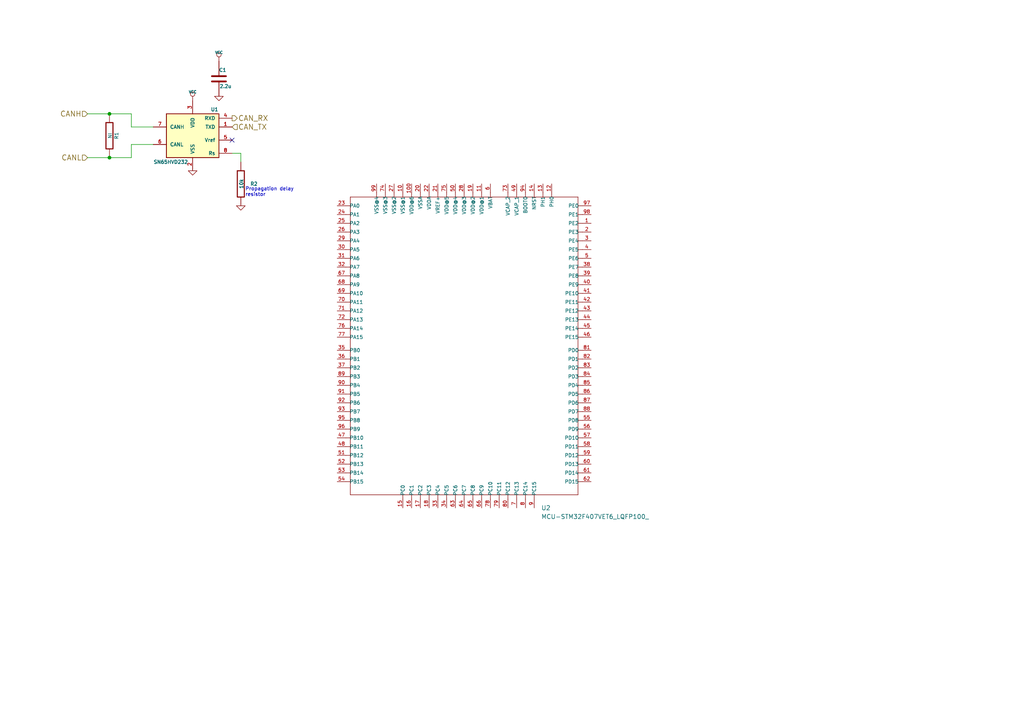
<source format=kicad_sch>
(kicad_sch (version 20230121) (generator eeschema)

  (uuid 9d56b799-27dc-4928-b20e-fca67497d47a)

  (paper "A4")

  (lib_symbols
    (symbol "BLDC_4-rescue:C-RESCUE-BLDC_4" (pin_numbers hide) (pin_names (offset 0.254)) (in_bom yes) (on_board yes)
      (property "Reference" "C" (at 0 2.54 0)
        (effects (font (size 1.016 1.016)) (justify left))
      )
      (property "Value" "C-RESCUE-BLDC_4" (at 0.1524 -2.159 0)
        (effects (font (size 1.016 1.016)) (justify left))
      )
      (property "Footprint" "" (at 0.9652 -3.81 0)
        (effects (font (size 0.762 0.762)))
      )
      (property "Datasheet" "" (at 0 0 0)
        (effects (font (size 1.524 1.524)))
      )
      (property "ki_fp_filters" "SM* C? C1-1" (at 0 0 0)
        (effects (font (size 1.27 1.27)) hide)
      )
      (symbol "C-RESCUE-BLDC_4_0_1"
        (polyline
          (pts
            (xy -2.032 -0.762)
            (xy 2.032 -0.762)
          )
          (stroke (width 0.508) (type solid))
          (fill (type none))
        )
        (polyline
          (pts
            (xy -2.032 0.762)
            (xy 2.032 0.762)
          )
          (stroke (width 0.508) (type solid))
          (fill (type none))
        )
      )
      (symbol "C-RESCUE-BLDC_4_1_1"
        (pin passive line (at 0 5.08 270) (length 4.318)
          (name "~" (effects (font (size 1.016 1.016))))
          (number "1" (effects (font (size 1.016 1.016))))
        )
        (pin passive line (at 0 -5.08 90) (length 4.318)
          (name "~" (effects (font (size 1.016 1.016))))
          (number "2" (effects (font (size 1.016 1.016))))
        )
      )
    )
    (symbol "BLDC_4-rescue:GND-RESCUE-BLDC_4" (power) (pin_names (offset 0)) (in_bom yes) (on_board yes)
      (property "Reference" "#PWR" (at 0 0 0)
        (effects (font (size 0.762 0.762)) hide)
      )
      (property "Value" "GND-RESCUE-BLDC_4" (at 0 -1.778 0)
        (effects (font (size 0.762 0.762)) hide)
      )
      (property "Footprint" "" (at 0 0 0)
        (effects (font (size 1.524 1.524)))
      )
      (property "Datasheet" "" (at 0 0 0)
        (effects (font (size 1.524 1.524)))
      )
      (symbol "GND-RESCUE-BLDC_4_0_1"
        (polyline
          (pts
            (xy -1.27 0)
            (xy 0 -1.27)
            (xy 1.27 0)
            (xy -1.27 0)
          )
          (stroke (width 0) (type solid))
          (fill (type none))
        )
      )
      (symbol "GND-RESCUE-BLDC_4_1_1"
        (pin power_in line (at 0 0 90) (length 0) hide
          (name "GND" (effects (font (size 0.762 0.762))))
          (number "1" (effects (font (size 0.762 0.762))))
        )
      )
    )
    (symbol "BLDC_4-rescue:MCP2551-I/SN-RESCUE-BLDC_4" (pin_names (offset 1.016)) (in_bom yes) (on_board yes)
      (property "Reference" "IC" (at -6.35 7.62 0)
        (effects (font (size 1.016 1.016)))
      )
      (property "Value" "MCP2551-I/SN-RESCUE-BLDC_4" (at 6.35 -7.62 0)
        (effects (font (size 1.016 1.016)))
      )
      (property "Footprint" "SO8" (at 0 0 0)
        (effects (font (size 0.889 0.889) italic))
      )
      (property "Datasheet" "" (at 0 0 0)
        (effects (font (size 1.524 1.524)))
      )
      (property "ki_fp_filters" "SO8*" (at 0 0 0)
        (effects (font (size 1.27 1.27)) hide)
      )
      (symbol "MCP2551-I/SN-RESCUE-BLDC_4_0_1"
        (rectangle (start -7.62 6.35) (end 7.62 -6.35)
          (stroke (width 0.254) (type solid))
          (fill (type background))
        )
      )
      (symbol "MCP2551-I/SN-RESCUE-BLDC_4_1_1"
        (pin input line (at -11.43 2.54 0) (length 3.81)
          (name "TXD" (effects (font (size 1.016 1.016))))
          (number "1" (effects (font (size 1.016 1.016))))
        )
        (pin power_in line (at 0 -10.16 90) (length 3.81)
          (name "VSS" (effects (font (size 1.016 1.016))))
          (number "2" (effects (font (size 1.016 1.016))))
        )
        (pin power_in line (at 0 10.16 270) (length 3.81)
          (name "VDD" (effects (font (size 1.016 1.016))))
          (number "3" (effects (font (size 1.016 1.016))))
        )
        (pin output line (at -11.43 5.08 0) (length 3.81)
          (name "RXD" (effects (font (size 1.016 1.016))))
          (number "4" (effects (font (size 1.016 1.016))))
        )
        (pin input line (at -11.43 -1.27 0) (length 3.81)
          (name "Vref" (effects (font (size 1.016 1.016))))
          (number "5" (effects (font (size 1.016 1.016))))
        )
        (pin bidirectional line (at 11.43 -2.54 180) (length 3.81)
          (name "CANL" (effects (font (size 1.016 1.016))))
          (number "6" (effects (font (size 1.016 1.016))))
        )
        (pin bidirectional line (at 11.43 2.54 180) (length 3.81)
          (name "CANH" (effects (font (size 1.016 1.016))))
          (number "7" (effects (font (size 1.016 1.016))))
        )
        (pin input line (at -11.43 -5.08 0) (length 3.81)
          (name "Rs" (effects (font (size 1.016 1.016))))
          (number "8" (effects (font (size 1.016 1.016))))
        )
      )
    )
    (symbol "BLDC_4-rescue:R-RESCUE-BLDC_4" (pin_numbers hide) (pin_names (offset 0)) (in_bom yes) (on_board yes)
      (property "Reference" "R" (at 2.032 0 90)
        (effects (font (size 1.016 1.016)))
      )
      (property "Value" "R-RESCUE-BLDC_4" (at 0.1778 0.0254 90)
        (effects (font (size 1.016 1.016)))
      )
      (property "Footprint" "" (at -1.778 0 90)
        (effects (font (size 0.762 0.762)))
      )
      (property "Datasheet" "" (at 0 0 0)
        (effects (font (size 0.762 0.762)))
      )
      (property "ki_fp_filters" "R? SM0603 SM0805 R?-* SM1206" (at 0 0 0)
        (effects (font (size 1.27 1.27)) hide)
      )
      (symbol "R-RESCUE-BLDC_4_0_1"
        (rectangle (start -1.016 3.81) (end 1.016 -3.81)
          (stroke (width 0.3048) (type solid))
          (fill (type none))
        )
      )
      (symbol "R-RESCUE-BLDC_4_1_1"
        (pin passive line (at 0 6.35 270) (length 2.54)
          (name "~" (effects (font (size 1.524 1.524))))
          (number "1" (effects (font (size 1.524 1.524))))
        )
        (pin passive line (at 0 -6.35 90) (length 2.54)
          (name "~" (effects (font (size 1.524 1.524))))
          (number "2" (effects (font (size 1.524 1.524))))
        )
      )
    )
    (symbol "BLDC_4-rescue:VCC" (power) (pin_names (offset 0)) (in_bom yes) (on_board yes)
      (property "Reference" "#PWR" (at 0 -3.81 0)
        (effects (font (size 1.27 1.27)) hide)
      )
      (property "Value" "VCC" (at 0 3.81 0)
        (effects (font (size 1.27 1.27)))
      )
      (property "Footprint" "" (at 0 0 0)
        (effects (font (size 1.524 1.524)))
      )
      (property "Datasheet" "" (at 0 0 0)
        (effects (font (size 1.524 1.524)))
      )
      (symbol "VCC_0_1"
        (polyline
          (pts
            (xy 0 0)
            (xy 0 1.27)
          )
          (stroke (width 0) (type solid))
          (fill (type none))
        )
        (circle (center 0 1.905) (radius 0.635)
          (stroke (width 0) (type solid))
          (fill (type none))
        )
      )
      (symbol "VCC_1_1"
        (pin power_in line (at 0 0 90) (length 0) hide
          (name "VCC" (effects (font (size 1.27 1.27))))
          (number "1" (effects (font (size 1.27 1.27))))
        )
      )
    )
    (symbol "MCU-STM32F407VET6_LQFP100_:MCU-STM32F407VET6_LQFP100_" (pin_names (offset 1.016)) (in_bom yes) (on_board yes)
      (property "Reference" "U" (at -33.0701 43.2455 0)
        (effects (font (size 1.27 1.27)) (justify left bottom))
      )
      (property "Value" "MCU-STM32F407VET6_LQFP100_" (at -26.7001 43.2287 0)
        (effects (font (size 1.27 1.27)) (justify left bottom))
      )
      (property "Footprint" "MCU-STM32F407VET6_LQFP100_:LQFP100-0.5-13.8X13.8MM" (at 0 0 0)
        (effects (font (size 1.27 1.27)) (justify bottom) hide)
      )
      (property "Datasheet" "" (at 0 0 0)
        (effects (font (size 1.27 1.27)) hide)
      )
      (property "MF" "STMicroelectronics" (at 0 0 0)
        (effects (font (size 1.27 1.27)) (justify bottom) hide)
      )
      (property "Description" "\nARM® Cortex®-M4 STM32F4 Microcontroller IC 32-Bit Single-Core 168MHz 512KB (512K x 8) FLASH 100-LQFP (14x14)\n" (at 0 0 0)
        (effects (font (size 1.27 1.27)) (justify bottom) hide)
      )
      (property "Package" "LQFP-100 STMicroelectronics" (at 0 0 0)
        (effects (font (size 1.27 1.27)) (justify bottom) hide)
      )
      (property "MPN" "STM32F407VET6" (at 0 0 0)
        (effects (font (size 1.27 1.27)) (justify bottom) hide)
      )
      (property "Price" "None" (at 0 0 0)
        (effects (font (size 1.27 1.27)) (justify bottom) hide)
      )
      (property "VALUE" "STM32F407VET6-LQFP100" (at 0 0 0)
        (effects (font (size 1.27 1.27)) (justify bottom) hide)
      )
      (property "SnapEDA_Link" "https://www.snapeda.com/parts/STM32F407VET6/STMicroelectronics/view-part/?ref=snap" (at 0 0 0)
        (effects (font (size 1.27 1.27)) (justify bottom) hide)
      )
      (property "MP" "STM32F407VET6" (at 0 0 0)
        (effects (font (size 1.27 1.27)) (justify bottom) hide)
      )
      (property "Purchase-URL" "https://www.snapeda.com/api/url_track_click_mouser/?unipart_id=45214&manufacturer=STMicroelectronics&part_name=STM32F407VET6&search_term=None" (at 0 0 0)
        (effects (font (size 1.27 1.27)) (justify bottom) hide)
      )
      (property "Availability" "In Stock" (at 0 0 0)
        (effects (font (size 1.27 1.27)) (justify bottom) hide)
      )
      (property "Check_prices" "https://www.snapeda.com/parts/STM32F407VET6/STMicroelectronics/view-part/?ref=eda" (at 0 0 0)
        (effects (font (size 1.27 1.27)) (justify bottom) hide)
      )
      (symbol "MCU-STM32F407VET6_LQFP100__0_0"
        (polyline
          (pts
            (xy -34.29 2.54)
            (xy -33.02 2.54)
          )
          (stroke (width 0.1524) (type default))
          (fill (type none))
        )
        (polyline
          (pts
            (xy -34.29 5.08)
            (xy -33.02 5.08)
          )
          (stroke (width 0.1524) (type default))
          (fill (type none))
        )
        (polyline
          (pts
            (xy -34.29 7.62)
            (xy -33.02 7.62)
          )
          (stroke (width 0.1524) (type default))
          (fill (type none))
        )
        (polyline
          (pts
            (xy -34.29 10.16)
            (xy -33.02 10.16)
          )
          (stroke (width 0.1524) (type default))
          (fill (type none))
        )
        (polyline
          (pts
            (xy -34.29 12.7)
            (xy -33.02 12.7)
          )
          (stroke (width 0.1524) (type default))
          (fill (type none))
        )
        (polyline
          (pts
            (xy -34.29 15.24)
            (xy -33.02 15.24)
          )
          (stroke (width 0.1524) (type default))
          (fill (type none))
        )
        (polyline
          (pts
            (xy -34.29 17.78)
            (xy -33.02 17.78)
          )
          (stroke (width 0.1524) (type default))
          (fill (type none))
        )
        (polyline
          (pts
            (xy -34.29 20.32)
            (xy -33.02 20.32)
          )
          (stroke (width 0.1524) (type default))
          (fill (type none))
        )
        (polyline
          (pts
            (xy -34.29 22.86)
            (xy -33.02 22.86)
          )
          (stroke (width 0.1524) (type default))
          (fill (type none))
        )
        (polyline
          (pts
            (xy -34.29 25.4)
            (xy -33.02 25.4)
          )
          (stroke (width 0.1524) (type default))
          (fill (type none))
        )
        (polyline
          (pts
            (xy -34.29 27.94)
            (xy -33.02 27.94)
          )
          (stroke (width 0.1524) (type default))
          (fill (type none))
        )
        (polyline
          (pts
            (xy -34.29 30.48)
            (xy -33.02 30.48)
          )
          (stroke (width 0.1524) (type default))
          (fill (type none))
        )
        (polyline
          (pts
            (xy -34.29 33.02)
            (xy -33.02 33.02)
          )
          (stroke (width 0.1524) (type default))
          (fill (type none))
        )
        (polyline
          (pts
            (xy -34.29 35.56)
            (xy -33.02 35.56)
          )
          (stroke (width 0.1524) (type default))
          (fill (type none))
        )
        (polyline
          (pts
            (xy -34.29 38.1)
            (xy -33.02 38.1)
          )
          (stroke (width 0.1524) (type default))
          (fill (type none))
        )
        (polyline
          (pts
            (xy -34.29 40.64)
            (xy -33.02 40.64)
          )
          (stroke (width 0.1524) (type default))
          (fill (type none))
        )
        (polyline
          (pts
            (xy -33.02 -43.18)
            (xy -33.02 2.54)
          )
          (stroke (width 0.1524) (type default))
          (fill (type none))
        )
        (polyline
          (pts
            (xy -33.02 -39.37)
            (xy -34.29 -39.37)
          )
          (stroke (width 0.1524) (type default))
          (fill (type none))
        )
        (polyline
          (pts
            (xy -33.02 -36.83)
            (xy -34.29 -36.83)
          )
          (stroke (width 0.1524) (type default))
          (fill (type none))
        )
        (polyline
          (pts
            (xy -33.02 -34.29)
            (xy -34.29 -34.29)
          )
          (stroke (width 0.1524) (type default))
          (fill (type none))
        )
        (polyline
          (pts
            (xy -33.02 -31.75)
            (xy -34.29 -31.75)
          )
          (stroke (width 0.1524) (type default))
          (fill (type none))
        )
        (polyline
          (pts
            (xy -33.02 -29.21)
            (xy -34.29 -29.21)
          )
          (stroke (width 0.1524) (type default))
          (fill (type none))
        )
        (polyline
          (pts
            (xy -33.02 -26.67)
            (xy -34.29 -26.67)
          )
          (stroke (width 0.1524) (type default))
          (fill (type none))
        )
        (polyline
          (pts
            (xy -33.02 -24.13)
            (xy -34.29 -24.13)
          )
          (stroke (width 0.1524) (type default))
          (fill (type none))
        )
        (polyline
          (pts
            (xy -33.02 -21.59)
            (xy -34.29 -21.59)
          )
          (stroke (width 0.1524) (type default))
          (fill (type none))
        )
        (polyline
          (pts
            (xy -33.02 -19.05)
            (xy -34.29 -19.05)
          )
          (stroke (width 0.1524) (type default))
          (fill (type none))
        )
        (polyline
          (pts
            (xy -33.02 -16.51)
            (xy -34.29 -16.51)
          )
          (stroke (width 0.1524) (type default))
          (fill (type none))
        )
        (polyline
          (pts
            (xy -33.02 -13.97)
            (xy -34.29 -13.97)
          )
          (stroke (width 0.1524) (type default))
          (fill (type none))
        )
        (polyline
          (pts
            (xy -33.02 -11.43)
            (xy -34.29 -11.43)
          )
          (stroke (width 0.1524) (type default))
          (fill (type none))
        )
        (polyline
          (pts
            (xy -33.02 -8.89)
            (xy -34.29 -8.89)
          )
          (stroke (width 0.1524) (type default))
          (fill (type none))
        )
        (polyline
          (pts
            (xy -33.02 -6.35)
            (xy -34.29 -6.35)
          )
          (stroke (width 0.1524) (type default))
          (fill (type none))
        )
        (polyline
          (pts
            (xy -33.02 -3.81)
            (xy -34.29 -3.81)
          )
          (stroke (width 0.1524) (type default))
          (fill (type none))
        )
        (polyline
          (pts
            (xy -33.02 -1.27)
            (xy -34.29 -1.27)
          )
          (stroke (width 0.1524) (type default))
          (fill (type none))
        )
        (polyline
          (pts
            (xy -33.02 2.54)
            (xy -33.02 5.08)
          )
          (stroke (width 0.1524) (type default))
          (fill (type none))
        )
        (polyline
          (pts
            (xy -33.02 5.08)
            (xy -33.02 7.62)
          )
          (stroke (width 0.1524) (type default))
          (fill (type none))
        )
        (polyline
          (pts
            (xy -33.02 7.62)
            (xy -33.02 10.16)
          )
          (stroke (width 0.1524) (type default))
          (fill (type none))
        )
        (polyline
          (pts
            (xy -33.02 10.16)
            (xy -33.02 12.7)
          )
          (stroke (width 0.1524) (type default))
          (fill (type none))
        )
        (polyline
          (pts
            (xy -33.02 12.7)
            (xy -33.02 15.24)
          )
          (stroke (width 0.1524) (type default))
          (fill (type none))
        )
        (polyline
          (pts
            (xy -33.02 15.24)
            (xy -33.02 17.78)
          )
          (stroke (width 0.1524) (type default))
          (fill (type none))
        )
        (polyline
          (pts
            (xy -33.02 17.78)
            (xy -33.02 20.32)
          )
          (stroke (width 0.1524) (type default))
          (fill (type none))
        )
        (polyline
          (pts
            (xy -33.02 20.32)
            (xy -33.02 22.86)
          )
          (stroke (width 0.1524) (type default))
          (fill (type none))
        )
        (polyline
          (pts
            (xy -33.02 22.86)
            (xy -33.02 25.4)
          )
          (stroke (width 0.1524) (type default))
          (fill (type none))
        )
        (polyline
          (pts
            (xy -33.02 25.4)
            (xy -33.02 27.94)
          )
          (stroke (width 0.1524) (type default))
          (fill (type none))
        )
        (polyline
          (pts
            (xy -33.02 27.94)
            (xy -33.02 30.48)
          )
          (stroke (width 0.1524) (type default))
          (fill (type none))
        )
        (polyline
          (pts
            (xy -33.02 30.48)
            (xy -33.02 33.02)
          )
          (stroke (width 0.1524) (type default))
          (fill (type none))
        )
        (polyline
          (pts
            (xy -33.02 33.02)
            (xy -33.02 35.56)
          )
          (stroke (width 0.1524) (type default))
          (fill (type none))
        )
        (polyline
          (pts
            (xy -33.02 35.56)
            (xy -33.02 38.1)
          )
          (stroke (width 0.1524) (type default))
          (fill (type none))
        )
        (polyline
          (pts
            (xy -33.02 38.1)
            (xy -33.02 40.64)
          )
          (stroke (width 0.1524) (type default))
          (fill (type none))
        )
        (polyline
          (pts
            (xy -33.02 40.64)
            (xy -33.02 43.18)
          )
          (stroke (width 0.1524) (type default))
          (fill (type none))
        )
        (polyline
          (pts
            (xy -33.02 43.18)
            (xy 15.24 43.18)
          )
          (stroke (width 0.1524) (type default))
          (fill (type none))
        )
        (polyline
          (pts
            (xy -25.4 43.18)
            (xy -25.4 44.45)
          )
          (stroke (width 0.1524) (type default))
          (fill (type none))
        )
        (polyline
          (pts
            (xy -22.86 43.18)
            (xy -22.86 44.45)
          )
          (stroke (width 0.1524) (type default))
          (fill (type none))
        )
        (polyline
          (pts
            (xy -20.32 43.18)
            (xy -20.32 44.45)
          )
          (stroke (width 0.1524) (type default))
          (fill (type none))
        )
        (polyline
          (pts
            (xy -17.78 -44.45)
            (xy -17.78 -43.18)
          )
          (stroke (width 0.1524) (type default))
          (fill (type none))
        )
        (polyline
          (pts
            (xy -17.78 43.18)
            (xy -17.78 44.45)
          )
          (stroke (width 0.1524) (type default))
          (fill (type none))
        )
        (polyline
          (pts
            (xy -15.24 -44.45)
            (xy -15.24 -43.18)
          )
          (stroke (width 0.1524) (type default))
          (fill (type none))
        )
        (polyline
          (pts
            (xy -15.24 43.18)
            (xy -15.24 44.45)
          )
          (stroke (width 0.1524) (type default))
          (fill (type none))
        )
        (polyline
          (pts
            (xy -12.7 -44.45)
            (xy -12.7 -43.18)
          )
          (stroke (width 0.1524) (type default))
          (fill (type none))
        )
        (polyline
          (pts
            (xy -12.7 43.18)
            (xy -12.7 44.45)
          )
          (stroke (width 0.1524) (type default))
          (fill (type none))
        )
        (polyline
          (pts
            (xy -10.16 -44.45)
            (xy -10.16 -43.18)
          )
          (stroke (width 0.1524) (type default))
          (fill (type none))
        )
        (polyline
          (pts
            (xy -10.16 43.18)
            (xy -10.16 44.45)
          )
          (stroke (width 0.1524) (type default))
          (fill (type none))
        )
        (polyline
          (pts
            (xy -7.62 -44.45)
            (xy -7.62 -43.18)
          )
          (stroke (width 0.1524) (type default))
          (fill (type none))
        )
        (polyline
          (pts
            (xy -7.62 43.18)
            (xy -7.62 44.45)
          )
          (stroke (width 0.1524) (type default))
          (fill (type none))
        )
        (polyline
          (pts
            (xy -5.08 -44.45)
            (xy -5.08 -43.18)
          )
          (stroke (width 0.1524) (type default))
          (fill (type none))
        )
        (polyline
          (pts
            (xy -5.08 43.18)
            (xy -5.08 44.45)
          )
          (stroke (width 0.1524) (type default))
          (fill (type none))
        )
        (polyline
          (pts
            (xy -2.54 -44.45)
            (xy -2.54 -43.18)
          )
          (stroke (width 0.1524) (type default))
          (fill (type none))
        )
        (polyline
          (pts
            (xy -2.54 43.18)
            (xy -2.54 44.45)
          )
          (stroke (width 0.1524) (type default))
          (fill (type none))
        )
        (polyline
          (pts
            (xy 0 -44.45)
            (xy 0 -43.18)
          )
          (stroke (width 0.1524) (type default))
          (fill (type none))
        )
        (polyline
          (pts
            (xy 0 43.18)
            (xy 0 44.45)
          )
          (stroke (width 0.1524) (type default))
          (fill (type none))
        )
        (polyline
          (pts
            (xy 2.54 -44.45)
            (xy 2.54 -43.18)
          )
          (stroke (width 0.1524) (type default))
          (fill (type none))
        )
        (polyline
          (pts
            (xy 2.54 43.18)
            (xy 2.54 44.45)
          )
          (stroke (width 0.1524) (type default))
          (fill (type none))
        )
        (polyline
          (pts
            (xy 5.08 -44.45)
            (xy 5.08 -43.18)
          )
          (stroke (width 0.1524) (type default))
          (fill (type none))
        )
        (polyline
          (pts
            (xy 5.08 43.18)
            (xy 5.08 44.45)
          )
          (stroke (width 0.1524) (type default))
          (fill (type none))
        )
        (polyline
          (pts
            (xy 7.62 -44.45)
            (xy 7.62 -43.18)
          )
          (stroke (width 0.1524) (type default))
          (fill (type none))
        )
        (polyline
          (pts
            (xy 7.62 43.18)
            (xy 7.62 44.45)
          )
          (stroke (width 0.1524) (type default))
          (fill (type none))
        )
        (polyline
          (pts
            (xy 10.16 -44.45)
            (xy 10.16 -43.18)
          )
          (stroke (width 0.1524) (type default))
          (fill (type none))
        )
        (polyline
          (pts
            (xy 12.7 -44.45)
            (xy 12.7 -43.18)
          )
          (stroke (width 0.1524) (type default))
          (fill (type none))
        )
        (polyline
          (pts
            (xy 12.7 43.18)
            (xy 12.7 44.45)
          )
          (stroke (width 0.1524) (type default))
          (fill (type none))
        )
        (polyline
          (pts
            (xy 15.24 -44.45)
            (xy 15.24 -43.18)
          )
          (stroke (width 0.1524) (type default))
          (fill (type none))
        )
        (polyline
          (pts
            (xy 15.24 43.18)
            (xy 15.24 44.45)
          )
          (stroke (width 0.1524) (type default))
          (fill (type none))
        )
        (polyline
          (pts
            (xy 15.24 43.18)
            (xy 17.78 43.18)
          )
          (stroke (width 0.1524) (type default))
          (fill (type none))
        )
        (polyline
          (pts
            (xy 17.78 -44.45)
            (xy 17.78 -43.18)
          )
          (stroke (width 0.1524) (type default))
          (fill (type none))
        )
        (polyline
          (pts
            (xy 17.78 43.18)
            (xy 17.78 44.45)
          )
          (stroke (width 0.1524) (type default))
          (fill (type none))
        )
        (polyline
          (pts
            (xy 17.78 43.18)
            (xy 20.32 43.18)
          )
          (stroke (width 0.1524) (type default))
          (fill (type none))
        )
        (polyline
          (pts
            (xy 20.32 -44.45)
            (xy 20.32 -43.18)
          )
          (stroke (width 0.1524) (type default))
          (fill (type none))
        )
        (polyline
          (pts
            (xy 20.32 43.18)
            (xy 20.32 44.45)
          )
          (stroke (width 0.1524) (type default))
          (fill (type none))
        )
        (polyline
          (pts
            (xy 20.32 43.18)
            (xy 22.86 43.18)
          )
          (stroke (width 0.1524) (type default))
          (fill (type none))
        )
        (polyline
          (pts
            (xy 22.86 43.18)
            (xy 22.86 44.45)
          )
          (stroke (width 0.1524) (type default))
          (fill (type none))
        )
        (polyline
          (pts
            (xy 22.86 43.18)
            (xy 25.4 43.18)
          )
          (stroke (width 0.1524) (type default))
          (fill (type none))
        )
        (polyline
          (pts
            (xy 25.4 43.18)
            (xy 25.4 44.45)
          )
          (stroke (width 0.1524) (type default))
          (fill (type none))
        )
        (polyline
          (pts
            (xy 25.4 43.18)
            (xy 33.02 43.18)
          )
          (stroke (width 0.1524) (type default))
          (fill (type none))
        )
        (polyline
          (pts
            (xy 33.02 -43.18)
            (xy -33.02 -43.18)
          )
          (stroke (width 0.1524) (type default))
          (fill (type none))
        )
        (polyline
          (pts
            (xy 33.02 43.18)
            (xy 33.02 -43.18)
          )
          (stroke (width 0.1524) (type default))
          (fill (type none))
        )
        (polyline
          (pts
            (xy 34.29 -39.37)
            (xy 33.02 -39.37)
          )
          (stroke (width 0.1524) (type default))
          (fill (type none))
        )
        (polyline
          (pts
            (xy 34.29 -36.83)
            (xy 33.02 -36.83)
          )
          (stroke (width 0.1524) (type default))
          (fill (type none))
        )
        (polyline
          (pts
            (xy 34.29 -34.29)
            (xy 33.02 -34.29)
          )
          (stroke (width 0.1524) (type default))
          (fill (type none))
        )
        (polyline
          (pts
            (xy 34.29 -31.75)
            (xy 33.02 -31.75)
          )
          (stroke (width 0.1524) (type default))
          (fill (type none))
        )
        (polyline
          (pts
            (xy 34.29 -29.21)
            (xy 33.02 -29.21)
          )
          (stroke (width 0.1524) (type default))
          (fill (type none))
        )
        (polyline
          (pts
            (xy 34.29 -26.67)
            (xy 33.02 -26.67)
          )
          (stroke (width 0.1524) (type default))
          (fill (type none))
        )
        (polyline
          (pts
            (xy 34.29 -24.13)
            (xy 33.02 -24.13)
          )
          (stroke (width 0.1524) (type default))
          (fill (type none))
        )
        (polyline
          (pts
            (xy 34.29 -21.59)
            (xy 33.02 -21.59)
          )
          (stroke (width 0.1524) (type default))
          (fill (type none))
        )
        (polyline
          (pts
            (xy 34.29 -19.05)
            (xy 33.02 -19.05)
          )
          (stroke (width 0.1524) (type default))
          (fill (type none))
        )
        (polyline
          (pts
            (xy 34.29 -16.51)
            (xy 33.02 -16.51)
          )
          (stroke (width 0.1524) (type default))
          (fill (type none))
        )
        (polyline
          (pts
            (xy 34.29 -13.97)
            (xy 33.02 -13.97)
          )
          (stroke (width 0.1524) (type default))
          (fill (type none))
        )
        (polyline
          (pts
            (xy 34.29 -11.43)
            (xy 33.02 -11.43)
          )
          (stroke (width 0.1524) (type default))
          (fill (type none))
        )
        (polyline
          (pts
            (xy 34.29 -8.89)
            (xy 33.02 -8.89)
          )
          (stroke (width 0.1524) (type default))
          (fill (type none))
        )
        (polyline
          (pts
            (xy 34.29 -6.35)
            (xy 33.02 -6.35)
          )
          (stroke (width 0.1524) (type default))
          (fill (type none))
        )
        (polyline
          (pts
            (xy 34.29 -3.81)
            (xy 33.02 -3.81)
          )
          (stroke (width 0.1524) (type default))
          (fill (type none))
        )
        (polyline
          (pts
            (xy 34.29 -1.27)
            (xy 33.02 -1.27)
          )
          (stroke (width 0.1524) (type default))
          (fill (type none))
        )
        (polyline
          (pts
            (xy 34.29 2.54)
            (xy 33.02 2.54)
          )
          (stroke (width 0.1524) (type default))
          (fill (type none))
        )
        (polyline
          (pts
            (xy 34.29 5.08)
            (xy 33.02 5.08)
          )
          (stroke (width 0.1524) (type default))
          (fill (type none))
        )
        (polyline
          (pts
            (xy 34.29 7.62)
            (xy 33.02 7.62)
          )
          (stroke (width 0.1524) (type default))
          (fill (type none))
        )
        (polyline
          (pts
            (xy 34.29 10.16)
            (xy 33.02 10.16)
          )
          (stroke (width 0.1524) (type default))
          (fill (type none))
        )
        (polyline
          (pts
            (xy 34.29 12.7)
            (xy 33.02 12.7)
          )
          (stroke (width 0.1524) (type default))
          (fill (type none))
        )
        (polyline
          (pts
            (xy 34.29 15.24)
            (xy 33.02 15.24)
          )
          (stroke (width 0.1524) (type default))
          (fill (type none))
        )
        (polyline
          (pts
            (xy 34.29 17.78)
            (xy 33.02 17.78)
          )
          (stroke (width 0.1524) (type default))
          (fill (type none))
        )
        (polyline
          (pts
            (xy 34.29 20.32)
            (xy 33.02 20.32)
          )
          (stroke (width 0.1524) (type default))
          (fill (type none))
        )
        (polyline
          (pts
            (xy 34.29 22.86)
            (xy 33.02 22.86)
          )
          (stroke (width 0.1524) (type default))
          (fill (type none))
        )
        (polyline
          (pts
            (xy 34.29 25.4)
            (xy 33.02 25.4)
          )
          (stroke (width 0.1524) (type default))
          (fill (type none))
        )
        (polyline
          (pts
            (xy 34.29 27.94)
            (xy 33.02 27.94)
          )
          (stroke (width 0.1524) (type default))
          (fill (type none))
        )
        (polyline
          (pts
            (xy 34.29 30.48)
            (xy 33.02 30.48)
          )
          (stroke (width 0.1524) (type default))
          (fill (type none))
        )
        (polyline
          (pts
            (xy 34.29 33.02)
            (xy 33.02 33.02)
          )
          (stroke (width 0.1524) (type default))
          (fill (type none))
        )
        (polyline
          (pts
            (xy 34.29 35.56)
            (xy 33.02 35.56)
          )
          (stroke (width 0.1524) (type default))
          (fill (type none))
        )
        (polyline
          (pts
            (xy 34.29 38.1)
            (xy 33.02 38.1)
          )
          (stroke (width 0.1524) (type default))
          (fill (type none))
        )
        (polyline
          (pts
            (xy 34.29 40.64)
            (xy 33.02 40.64)
          )
          (stroke (width 0.1524) (type default))
          (fill (type none))
        )
        (pin bidirectional line (at 36.83 35.56 180) (length 2.54)
          (name "PE2" (effects (font (size 1.016 1.016))))
          (number "1" (effects (font (size 1.016 1.016))))
        )
        (pin bidirectional line (at -17.78 46.99 270) (length 2.54)
          (name "VSS@1" (effects (font (size 1.016 1.016))))
          (number "10" (effects (font (size 1.016 1.016))))
        )
        (pin bidirectional line (at -15.24 46.99 270) (length 2.54)
          (name "VDD@6" (effects (font (size 1.016 1.016))))
          (number "100" (effects (font (size 1.016 1.016))))
        )
        (pin bidirectional line (at 5.08 46.99 270) (length 2.54)
          (name "VDD@1" (effects (font (size 1.016 1.016))))
          (number "11" (effects (font (size 1.016 1.016))))
        )
        (pin bidirectional line (at 25.4 46.99 270) (length 2.54)
          (name "PH0" (effects (font (size 1.016 1.016))))
          (number "12" (effects (font (size 1.016 1.016))))
        )
        (pin bidirectional line (at 22.86 46.99 270) (length 2.54)
          (name "PH1" (effects (font (size 1.016 1.016))))
          (number "13" (effects (font (size 1.016 1.016))))
        )
        (pin bidirectional line (at 20.32 46.99 270) (length 2.54)
          (name "NRST" (effects (font (size 1.016 1.016))))
          (number "14" (effects (font (size 1.016 1.016))))
        )
        (pin bidirectional line (at -17.78 -46.99 90) (length 2.54)
          (name "PC0" (effects (font (size 1.016 1.016))))
          (number "15" (effects (font (size 1.016 1.016))))
        )
        (pin bidirectional line (at -15.24 -46.99 90) (length 2.54)
          (name "PC1" (effects (font (size 1.016 1.016))))
          (number "16" (effects (font (size 1.016 1.016))))
        )
        (pin bidirectional line (at -12.7 -46.99 90) (length 2.54)
          (name "PC2" (effects (font (size 1.016 1.016))))
          (number "17" (effects (font (size 1.016 1.016))))
        )
        (pin bidirectional line (at -10.16 -46.99 90) (length 2.54)
          (name "PC3" (effects (font (size 1.016 1.016))))
          (number "18" (effects (font (size 1.016 1.016))))
        )
        (pin bidirectional line (at 2.54 46.99 270) (length 2.54)
          (name "VDD@2" (effects (font (size 1.016 1.016))))
          (number "19" (effects (font (size 1.016 1.016))))
        )
        (pin bidirectional line (at 36.83 33.02 180) (length 2.54)
          (name "PE3" (effects (font (size 1.016 1.016))))
          (number "2" (effects (font (size 1.016 1.016))))
        )
        (pin bidirectional line (at -12.7 46.99 270) (length 2.54)
          (name "VSSA" (effects (font (size 1.016 1.016))))
          (number "20" (effects (font (size 1.016 1.016))))
        )
        (pin bidirectional line (at -7.62 46.99 270) (length 2.54)
          (name "VREF+" (effects (font (size 1.016 1.016))))
          (number "21" (effects (font (size 1.016 1.016))))
        )
        (pin bidirectional line (at -10.16 46.99 270) (length 2.54)
          (name "VDDA" (effects (font (size 1.016 1.016))))
          (number "22" (effects (font (size 1.016 1.016))))
        )
        (pin bidirectional line (at -36.83 40.64 0) (length 2.54)
          (name "PA0" (effects (font (size 1.016 1.016))))
          (number "23" (effects (font (size 1.016 1.016))))
        )
        (pin bidirectional line (at -36.83 38.1 0) (length 2.54)
          (name "PA1" (effects (font (size 1.016 1.016))))
          (number "24" (effects (font (size 1.016 1.016))))
        )
        (pin bidirectional line (at -36.83 35.56 0) (length 2.54)
          (name "PA2" (effects (font (size 1.016 1.016))))
          (number "25" (effects (font (size 1.016 1.016))))
        )
        (pin bidirectional line (at -36.83 33.02 0) (length 2.54)
          (name "PA3" (effects (font (size 1.016 1.016))))
          (number "26" (effects (font (size 1.016 1.016))))
        )
        (pin bidirectional line (at -20.32 46.99 270) (length 2.54)
          (name "VSS@2" (effects (font (size 1.016 1.016))))
          (number "27" (effects (font (size 1.016 1.016))))
        )
        (pin bidirectional line (at 0 46.99 270) (length 2.54)
          (name "VDD@3" (effects (font (size 1.016 1.016))))
          (number "28" (effects (font (size 1.016 1.016))))
        )
        (pin bidirectional line (at -36.83 30.48 0) (length 2.54)
          (name "PA4" (effects (font (size 1.016 1.016))))
          (number "29" (effects (font (size 1.016 1.016))))
        )
        (pin bidirectional line (at 36.83 30.48 180) (length 2.54)
          (name "PE4" (effects (font (size 1.016 1.016))))
          (number "3" (effects (font (size 1.016 1.016))))
        )
        (pin bidirectional line (at -36.83 27.94 0) (length 2.54)
          (name "PA5" (effects (font (size 1.016 1.016))))
          (number "30" (effects (font (size 1.016 1.016))))
        )
        (pin bidirectional line (at -36.83 25.4 0) (length 2.54)
          (name "PA6" (effects (font (size 1.016 1.016))))
          (number "31" (effects (font (size 1.016 1.016))))
        )
        (pin bidirectional line (at -36.83 22.86 0) (length 2.54)
          (name "PA7" (effects (font (size 1.016 1.016))))
          (number "32" (effects (font (size 1.016 1.016))))
        )
        (pin bidirectional line (at -7.62 -46.99 90) (length 2.54)
          (name "PC4" (effects (font (size 1.016 1.016))))
          (number "33" (effects (font (size 1.016 1.016))))
        )
        (pin bidirectional line (at -5.08 -46.99 90) (length 2.54)
          (name "PC5" (effects (font (size 1.016 1.016))))
          (number "34" (effects (font (size 1.016 1.016))))
        )
        (pin bidirectional line (at -36.83 -1.27 0) (length 2.54)
          (name "PB0" (effects (font (size 1.016 1.016))))
          (number "35" (effects (font (size 1.016 1.016))))
        )
        (pin bidirectional line (at -36.83 -3.81 0) (length 2.54)
          (name "PB1" (effects (font (size 1.016 1.016))))
          (number "36" (effects (font (size 1.016 1.016))))
        )
        (pin bidirectional line (at -36.83 -6.35 0) (length 2.54)
          (name "PB2" (effects (font (size 1.016 1.016))))
          (number "37" (effects (font (size 1.016 1.016))))
        )
        (pin bidirectional line (at 36.83 22.86 180) (length 2.54)
          (name "PE7" (effects (font (size 1.016 1.016))))
          (number "38" (effects (font (size 1.016 1.016))))
        )
        (pin bidirectional line (at 36.83 20.32 180) (length 2.54)
          (name "PE8" (effects (font (size 1.016 1.016))))
          (number "39" (effects (font (size 1.016 1.016))))
        )
        (pin bidirectional line (at 36.83 27.94 180) (length 2.54)
          (name "PE5" (effects (font (size 1.016 1.016))))
          (number "4" (effects (font (size 1.016 1.016))))
        )
        (pin bidirectional line (at 36.83 17.78 180) (length 2.54)
          (name "PE9" (effects (font (size 1.016 1.016))))
          (number "40" (effects (font (size 1.016 1.016))))
        )
        (pin bidirectional line (at 36.83 15.24 180) (length 2.54)
          (name "PE10" (effects (font (size 1.016 1.016))))
          (number "41" (effects (font (size 1.016 1.016))))
        )
        (pin bidirectional line (at 36.83 12.7 180) (length 2.54)
          (name "PE11" (effects (font (size 1.016 1.016))))
          (number "42" (effects (font (size 1.016 1.016))))
        )
        (pin bidirectional line (at 36.83 10.16 180) (length 2.54)
          (name "PE12" (effects (font (size 1.016 1.016))))
          (number "43" (effects (font (size 1.016 1.016))))
        )
        (pin bidirectional line (at 36.83 7.62 180) (length 2.54)
          (name "PE13" (effects (font (size 1.016 1.016))))
          (number "44" (effects (font (size 1.016 1.016))))
        )
        (pin bidirectional line (at 36.83 5.08 180) (length 2.54)
          (name "PE14" (effects (font (size 1.016 1.016))))
          (number "45" (effects (font (size 1.016 1.016))))
        )
        (pin bidirectional line (at 36.83 2.54 180) (length 2.54)
          (name "PE15" (effects (font (size 1.016 1.016))))
          (number "46" (effects (font (size 1.016 1.016))))
        )
        (pin bidirectional line (at -36.83 -26.67 0) (length 2.54)
          (name "PB10" (effects (font (size 1.016 1.016))))
          (number "47" (effects (font (size 1.016 1.016))))
        )
        (pin bidirectional line (at -36.83 -29.21 0) (length 2.54)
          (name "PB11" (effects (font (size 1.016 1.016))))
          (number "48" (effects (font (size 1.016 1.016))))
        )
        (pin bidirectional line (at 15.24 46.99 270) (length 2.54)
          (name "VCAP_1" (effects (font (size 1.016 1.016))))
          (number "49" (effects (font (size 1.016 1.016))))
        )
        (pin bidirectional line (at 36.83 25.4 180) (length 2.54)
          (name "PE6" (effects (font (size 1.016 1.016))))
          (number "5" (effects (font (size 1.016 1.016))))
        )
        (pin bidirectional line (at -2.54 46.99 270) (length 2.54)
          (name "VDD@4" (effects (font (size 1.016 1.016))))
          (number "50" (effects (font (size 1.016 1.016))))
        )
        (pin bidirectional line (at -36.83 -31.75 0) (length 2.54)
          (name "PB12" (effects (font (size 1.016 1.016))))
          (number "51" (effects (font (size 1.016 1.016))))
        )
        (pin bidirectional line (at -36.83 -34.29 0) (length 2.54)
          (name "PB13" (effects (font (size 1.016 1.016))))
          (number "52" (effects (font (size 1.016 1.016))))
        )
        (pin bidirectional line (at -36.83 -36.83 0) (length 2.54)
          (name "PB14" (effects (font (size 1.016 1.016))))
          (number "53" (effects (font (size 1.016 1.016))))
        )
        (pin bidirectional line (at -36.83 -39.37 0) (length 2.54)
          (name "PB15" (effects (font (size 1.016 1.016))))
          (number "54" (effects (font (size 1.016 1.016))))
        )
        (pin bidirectional line (at 36.83 -21.59 180) (length 2.54)
          (name "PD8" (effects (font (size 1.016 1.016))))
          (number "55" (effects (font (size 1.016 1.016))))
        )
        (pin bidirectional line (at 36.83 -24.13 180) (length 2.54)
          (name "PD9" (effects (font (size 1.016 1.016))))
          (number "56" (effects (font (size 1.016 1.016))))
        )
        (pin bidirectional line (at 36.83 -26.67 180) (length 2.54)
          (name "PD10" (effects (font (size 1.016 1.016))))
          (number "57" (effects (font (size 1.016 1.016))))
        )
        (pin bidirectional line (at 36.83 -29.21 180) (length 2.54)
          (name "PD11" (effects (font (size 1.016 1.016))))
          (number "58" (effects (font (size 1.016 1.016))))
        )
        (pin bidirectional line (at 36.83 -31.75 180) (length 2.54)
          (name "PD12" (effects (font (size 1.016 1.016))))
          (number "59" (effects (font (size 1.016 1.016))))
        )
        (pin bidirectional line (at 7.62 46.99 270) (length 2.54)
          (name "VBAT" (effects (font (size 1.016 1.016))))
          (number "6" (effects (font (size 1.016 1.016))))
        )
        (pin bidirectional line (at 36.83 -34.29 180) (length 2.54)
          (name "PD13" (effects (font (size 1.016 1.016))))
          (number "60" (effects (font (size 1.016 1.016))))
        )
        (pin bidirectional line (at 36.83 -36.83 180) (length 2.54)
          (name "PD14" (effects (font (size 1.016 1.016))))
          (number "61" (effects (font (size 1.016 1.016))))
        )
        (pin bidirectional line (at 36.83 -39.37 180) (length 2.54)
          (name "PD15" (effects (font (size 1.016 1.016))))
          (number "62" (effects (font (size 1.016 1.016))))
        )
        (pin bidirectional line (at -2.54 -46.99 90) (length 2.54)
          (name "PC6" (effects (font (size 1.016 1.016))))
          (number "63" (effects (font (size 1.016 1.016))))
        )
        (pin bidirectional line (at 0 -46.99 90) (length 2.54)
          (name "PC7" (effects (font (size 1.016 1.016))))
          (number "64" (effects (font (size 1.016 1.016))))
        )
        (pin bidirectional line (at 2.54 -46.99 90) (length 2.54)
          (name "PC8" (effects (font (size 1.016 1.016))))
          (number "65" (effects (font (size 1.016 1.016))))
        )
        (pin bidirectional line (at 5.08 -46.99 90) (length 2.54)
          (name "PC9" (effects (font (size 1.016 1.016))))
          (number "66" (effects (font (size 1.016 1.016))))
        )
        (pin bidirectional line (at -36.83 20.32 0) (length 2.54)
          (name "PA8" (effects (font (size 1.016 1.016))))
          (number "67" (effects (font (size 1.016 1.016))))
        )
        (pin bidirectional line (at -36.83 17.78 0) (length 2.54)
          (name "PA9" (effects (font (size 1.016 1.016))))
          (number "68" (effects (font (size 1.016 1.016))))
        )
        (pin bidirectional line (at -36.83 15.24 0) (length 2.54)
          (name "PA10" (effects (font (size 1.016 1.016))))
          (number "69" (effects (font (size 1.016 1.016))))
        )
        (pin bidirectional line (at 15.24 -46.99 90) (length 2.54)
          (name "PC13" (effects (font (size 1.016 1.016))))
          (number "7" (effects (font (size 1.016 1.016))))
        )
        (pin bidirectional line (at -36.83 12.7 0) (length 2.54)
          (name "PA11" (effects (font (size 1.016 1.016))))
          (number "70" (effects (font (size 1.016 1.016))))
        )
        (pin bidirectional line (at -36.83 10.16 0) (length 2.54)
          (name "PA12" (effects (font (size 1.016 1.016))))
          (number "71" (effects (font (size 1.016 1.016))))
        )
        (pin bidirectional line (at -36.83 7.62 0) (length 2.54)
          (name "PA13" (effects (font (size 1.016 1.016))))
          (number "72" (effects (font (size 1.016 1.016))))
        )
        (pin bidirectional line (at 12.7 46.99 270) (length 2.54)
          (name "VCAP_2" (effects (font (size 1.016 1.016))))
          (number "73" (effects (font (size 1.016 1.016))))
        )
        (pin bidirectional line (at -22.86 46.99 270) (length 2.54)
          (name "VSS@3" (effects (font (size 1.016 1.016))))
          (number "74" (effects (font (size 1.016 1.016))))
        )
        (pin bidirectional line (at -5.08 46.99 270) (length 2.54)
          (name "VDD@5" (effects (font (size 1.016 1.016))))
          (number "75" (effects (font (size 1.016 1.016))))
        )
        (pin bidirectional line (at -36.83 5.08 0) (length 2.54)
          (name "PA14" (effects (font (size 1.016 1.016))))
          (number "76" (effects (font (size 1.016 1.016))))
        )
        (pin bidirectional line (at -36.83 2.54 0) (length 2.54)
          (name "PA15" (effects (font (size 1.016 1.016))))
          (number "77" (effects (font (size 1.016 1.016))))
        )
        (pin bidirectional line (at 7.62 -46.99 90) (length 2.54)
          (name "PC10" (effects (font (size 1.016 1.016))))
          (number "78" (effects (font (size 1.016 1.016))))
        )
        (pin bidirectional line (at 10.16 -46.99 90) (length 2.54)
          (name "PC11" (effects (font (size 1.016 1.016))))
          (number "79" (effects (font (size 1.016 1.016))))
        )
        (pin bidirectional line (at 17.78 -46.99 90) (length 2.54)
          (name "PC14" (effects (font (size 1.016 1.016))))
          (number "8" (effects (font (size 1.016 1.016))))
        )
        (pin bidirectional line (at 12.7 -46.99 90) (length 2.54)
          (name "PC12" (effects (font (size 1.016 1.016))))
          (number "80" (effects (font (size 1.016 1.016))))
        )
        (pin bidirectional line (at 36.83 -1.27 180) (length 2.54)
          (name "PD0" (effects (font (size 1.016 1.016))))
          (number "81" (effects (font (size 1.016 1.016))))
        )
        (pin bidirectional line (at 36.83 -3.81 180) (length 2.54)
          (name "PD1" (effects (font (size 1.016 1.016))))
          (number "82" (effects (font (size 1.016 1.016))))
        )
        (pin bidirectional line (at 36.83 -6.35 180) (length 2.54)
          (name "PD2" (effects (font (size 1.016 1.016))))
          (number "83" (effects (font (size 1.016 1.016))))
        )
        (pin bidirectional line (at 36.83 -8.89 180) (length 2.54)
          (name "PD3" (effects (font (size 1.016 1.016))))
          (number "84" (effects (font (size 1.016 1.016))))
        )
        (pin bidirectional line (at 36.83 -11.43 180) (length 2.54)
          (name "PD4" (effects (font (size 1.016 1.016))))
          (number "85" (effects (font (size 1.016 1.016))))
        )
        (pin bidirectional line (at 36.83 -13.97 180) (length 2.54)
          (name "PD5" (effects (font (size 1.016 1.016))))
          (number "86" (effects (font (size 1.016 1.016))))
        )
        (pin bidirectional line (at 36.83 -16.51 180) (length 2.54)
          (name "PD6" (effects (font (size 1.016 1.016))))
          (number "87" (effects (font (size 1.016 1.016))))
        )
        (pin bidirectional line (at 36.83 -19.05 180) (length 2.54)
          (name "PD7" (effects (font (size 1.016 1.016))))
          (number "88" (effects (font (size 1.016 1.016))))
        )
        (pin bidirectional line (at -36.83 -8.89 0) (length 2.54)
          (name "PB3" (effects (font (size 1.016 1.016))))
          (number "89" (effects (font (size 1.016 1.016))))
        )
        (pin bidirectional line (at 20.32 -46.99 90) (length 2.54)
          (name "PC15" (effects (font (size 1.016 1.016))))
          (number "9" (effects (font (size 1.016 1.016))))
        )
        (pin bidirectional line (at -36.83 -11.43 0) (length 2.54)
          (name "PB4" (effects (font (size 1.016 1.016))))
          (number "90" (effects (font (size 1.016 1.016))))
        )
        (pin bidirectional line (at -36.83 -13.97 0) (length 2.54)
          (name "PB5" (effects (font (size 1.016 1.016))))
          (number "91" (effects (font (size 1.016 1.016))))
        )
        (pin bidirectional line (at -36.83 -16.51 0) (length 2.54)
          (name "PB6" (effects (font (size 1.016 1.016))))
          (number "92" (effects (font (size 1.016 1.016))))
        )
        (pin bidirectional line (at -36.83 -19.05 0) (length 2.54)
          (name "PB7" (effects (font (size 1.016 1.016))))
          (number "93" (effects (font (size 1.016 1.016))))
        )
        (pin bidirectional line (at 17.78 46.99 270) (length 2.54)
          (name "BOOT0" (effects (font (size 1.016 1.016))))
          (number "94" (effects (font (size 1.016 1.016))))
        )
        (pin bidirectional line (at -36.83 -21.59 0) (length 2.54)
          (name "PB8" (effects (font (size 1.016 1.016))))
          (number "95" (effects (font (size 1.016 1.016))))
        )
        (pin bidirectional line (at -36.83 -24.13 0) (length 2.54)
          (name "PB9" (effects (font (size 1.016 1.016))))
          (number "96" (effects (font (size 1.016 1.016))))
        )
        (pin bidirectional line (at 36.83 40.64 180) (length 2.54)
          (name "PE0" (effects (font (size 1.016 1.016))))
          (number "97" (effects (font (size 1.016 1.016))))
        )
        (pin bidirectional line (at 36.83 38.1 180) (length 2.54)
          (name "PE1" (effects (font (size 1.016 1.016))))
          (number "98" (effects (font (size 1.016 1.016))))
        )
        (pin bidirectional line (at -25.4 46.99 270) (length 2.54)
          (name "VSS@4" (effects (font (size 1.016 1.016))))
          (number "99" (effects (font (size 1.016 1.016))))
        )
      )
    )
  )

  (junction (at 31.75 33.02) (diameter 0) (color 0 0 0 0)
    (uuid 9f2534cc-ff72-47c6-9621-c625cfe00cf4)
  )
  (junction (at 31.75 45.72) (diameter 0) (color 0 0 0 0)
    (uuid f0c34145-3c18-4448-8103-c544cbf46826)
  )

  (no_connect (at 67.31 40.64) (uuid dd9eaddb-6863-4d84-ba3c-97c95afa7515))

  (wire (pts (xy 25.4 45.72) (xy 31.75 45.72))
    (stroke (width 0) (type default))
    (uuid 0ee27daf-382a-4ac2-bbf7-32b9aa0fc5a8)
  )
  (wire (pts (xy 38.1 36.83) (xy 38.1 33.02))
    (stroke (width 0) (type default))
    (uuid 17005825-6e7b-4189-bf68-69df34aa59f0)
  )
  (wire (pts (xy 38.1 33.02) (xy 31.75 33.02))
    (stroke (width 0) (type default))
    (uuid 5012adca-0f5c-45c8-8e55-ade60799499a)
  )
  (wire (pts (xy 38.1 45.72) (xy 38.1 41.91))
    (stroke (width 0) (type default))
    (uuid 53380d23-8658-4433-84ec-2a27a1cbbaf7)
  )
  (wire (pts (xy 31.75 33.02) (xy 25.4 33.02))
    (stroke (width 0) (type default))
    (uuid 862e9848-b7c6-4f45-89f2-8dbf0b95144e)
  )
  (wire (pts (xy 31.75 45.72) (xy 38.1 45.72))
    (stroke (width 0) (type default))
    (uuid 8fe5a73b-7be1-4b9f-8fba-559a72295bd4)
  )
  (wire (pts (xy 69.85 46.99) (xy 69.85 44.45))
    (stroke (width 0) (type default))
    (uuid d35d33d4-6b17-478b-bd23-ee72ff648706)
  )
  (wire (pts (xy 44.45 36.83) (xy 38.1 36.83))
    (stroke (width 0) (type default))
    (uuid ddf3eae0-4d7e-4a59-aab1-a6df7b2f61a3)
  )
  (wire (pts (xy 69.85 44.45) (xy 67.31 44.45))
    (stroke (width 0) (type default))
    (uuid e5eed66f-35c2-4376-be6e-32724c0803ad)
  )
  (wire (pts (xy 38.1 41.91) (xy 44.45 41.91))
    (stroke (width 0) (type default))
    (uuid fdd8fad8-cb7c-4c60-994a-c1b8f30868cf)
  )

  (text "Propagation delay\nresistor" (at 71.12 57.15 0)
    (effects (font (size 1.016 1.016)) (justify left bottom))
    (uuid 5709de9e-d016-4a8e-9934-16142eec9082)
  )

  (hierarchical_label "CAN_RX" (shape output) (at 67.31 34.29 0) (fields_autoplaced)
    (effects (font (size 1.524 1.524)) (justify left))
    (uuid 1af9c324-f6f2-4e60-82b8-d7261a7751a1)
  )
  (hierarchical_label "CANH" (shape input) (at 25.4 33.02 180) (fields_autoplaced)
    (effects (font (size 1.524 1.524)) (justify right))
    (uuid 8e1a7500-7534-4afb-bb6b-13027a3904c1)
  )
  (hierarchical_label "CANL" (shape input) (at 25.4 45.72 180) (fields_autoplaced)
    (effects (font (size 1.524 1.524)) (justify right))
    (uuid 9f21c444-a48c-424a-915c-aca1eb8d7379)
  )
  (hierarchical_label "CAN_TX" (shape input) (at 67.31 36.83 0) (fields_autoplaced)
    (effects (font (size 1.524 1.524)) (justify left))
    (uuid d10675cc-578c-4ce1-9bdb-5d19297dabbc)
  )

  (symbol (lib_id "BLDC_4-rescue:R-RESCUE-BLDC_4") (at 69.85 53.34 0) (unit 1)
    (in_bom yes) (on_board yes) (dnp no)
    (uuid 41cc47a6-9a33-4e57-b32f-b292a6bde8b1)
    (property "Reference" "R2" (at 73.66 53.34 0)
      (effects (font (size 1.016 1.016)))
    )
    (property "Value" "10k" (at 70.0278 53.3146 90)
      (effects (font (size 1.016 1.016)))
    )
    (property "Footprint" "CRF1:SMD-0603_r" (at 68.072 53.34 90)
      (effects (font (size 0.762 0.762)) hide)
    )
    (property "Datasheet" "" (at 69.85 53.34 0)
      (effects (font (size 0.762 0.762)))
    )
    (pin "1" (uuid 0377de79-f296-427c-bc52-0aa555f93385))
    (pin "2" (uuid b314c1e8-6976-43bb-a3c1-154fb1535b40))
    (instances
      (project "EastabrookaBLDC_Project"
        (path "/611dd54e-c711-4af1-839a-27cad68a278e/d14f6801-36da-4e75-bd91-8f5244513571"
          (reference "R2") (unit 1)
        )
      )
    )
  )

  (symbol (lib_id "BLDC_4-rescue:VCC") (at 55.88 29.21 0) (unit 1)
    (in_bom yes) (on_board yes) (dnp no)
    (uuid 41f61019-eae0-42ee-85df-39db447069f3)
    (property "Reference" "#PWR01" (at 55.88 26.67 0)
      (effects (font (size 0.762 0.762)) hide)
    )
    (property "Value" "VCC" (at 55.88 26.67 0)
      (effects (font (size 0.762 0.762)))
    )
    (property "Footprint" "" (at 55.88 29.21 0)
      (effects (font (size 1.524 1.524)) hide)
    )
    (property "Datasheet" "" (at 55.88 29.21 0)
      (effects (font (size 1.524 1.524)) hide)
    )
    (pin "1" (uuid ae0ffb29-2f23-495d-8f84-c180227c05f8))
    (instances
      (project "EastabrookaBLDC_Project"
        (path "/611dd54e-c711-4af1-839a-27cad68a278e/d14f6801-36da-4e75-bd91-8f5244513571"
          (reference "#PWR01") (unit 1)
        )
      )
    )
  )

  (symbol (lib_id "MCU-STM32F407VET6_LQFP100_:MCU-STM32F407VET6_LQFP100_") (at 134.62 100.33 0) (unit 1)
    (in_bom yes) (on_board yes) (dnp no) (fields_autoplaced)
    (uuid 5029a57e-b4c5-4cfa-ac5d-85ff4ddf96dd)
    (property "Reference" "U2" (at 156.9594 147.32 0)
      (effects (font (size 1.27 1.27)) (justify left))
    )
    (property "Value" "MCU-STM32F407VET6_LQFP100_" (at 156.9594 149.86 0)
      (effects (font (size 1.27 1.27)) (justify left))
    )
    (property "Footprint" "LocalLibs:LQFP100-0.5-13.8X13.8MM" (at 134.62 100.33 0)
      (effects (font (size 1.27 1.27)) (justify bottom) hide)
    )
    (property "Datasheet" "" (at 134.62 100.33 0)
      (effects (font (size 1.27 1.27)) hide)
    )
    (property "MF" "STMicroelectronics" (at 134.62 100.33 0)
      (effects (font (size 1.27 1.27)) (justify bottom) hide)
    )
    (property "Description" "\nARM® Cortex®-M4 STM32F4 Microcontroller IC 32-Bit Single-Core 168MHz 512KB (512K x 8) FLASH 100-LQFP (14x14)\n" (at 134.62 100.33 0)
      (effects (font (size 1.27 1.27)) (justify bottom) hide)
    )
    (property "Package" "LQFP-100 STMicroelectronics" (at 134.62 100.33 0)
      (effects (font (size 1.27 1.27)) (justify bottom) hide)
    )
    (property "MPN" "STM32F407VET6" (at 134.62 100.33 0)
      (effects (font (size 1.27 1.27)) (justify bottom) hide)
    )
    (property "Price" "None" (at 134.62 100.33 0)
      (effects (font (size 1.27 1.27)) (justify bottom) hide)
    )
    (property "VALUE" "STM32F407VET6-LQFP100" (at 134.62 100.33 0)
      (effects (font (size 1.27 1.27)) (justify bottom) hide)
    )
    (property "SnapEDA_Link" "https://www.snapeda.com/parts/STM32F407VET6/STMicroelectronics/view-part/?ref=snap" (at 134.62 100.33 0)
      (effects (font (size 1.27 1.27)) (justify bottom) hide)
    )
    (property "MP" "STM32F407VET6" (at 134.62 100.33 0)
      (effects (font (size 1.27 1.27)) (justify bottom) hide)
    )
    (property "Purchase-URL" "https://www.snapeda.com/api/url_track_click_mouser/?unipart_id=45214&manufacturer=STMicroelectronics&part_name=STM32F407VET6&search_term=None" (at 134.62 100.33 0)
      (effects (font (size 1.27 1.27)) (justify bottom) hide)
    )
    (property "Availability" "In Stock" (at 134.62 100.33 0)
      (effects (font (size 1.27 1.27)) (justify bottom) hide)
    )
    (property "Check_prices" "https://www.snapeda.com/parts/STM32F407VET6/STMicroelectronics/view-part/?ref=eda" (at 134.62 100.33 0)
      (effects (font (size 1.27 1.27)) (justify bottom) hide)
    )
    (pin "33" (uuid 44ab8f4f-ebdf-47d8-8fe4-d6ca35c5b6c8))
    (pin "96" (uuid 1ccc6817-54e0-4936-93d0-974477ccb233))
    (pin "95" (uuid f0644484-6837-4df8-87ce-0367dbb8afb2))
    (pin "98" (uuid 12f231f7-3e01-4780-833d-3f3740ef771e))
    (pin "89" (uuid 38be5b57-8157-4866-ac3f-060a00394ba2))
    (pin "90" (uuid 40bbf025-7024-4b90-ad6e-302e0bf0e890))
    (pin "86" (uuid 33f30fe4-ba47-4c73-bda8-be1e81683605))
    (pin "93" (uuid c64f7881-8314-40b2-82a6-51ca5b024fbf))
    (pin "92" (uuid 4df49646-bc38-4150-a927-6c382c1cc7d1))
    (pin "85" (uuid 0be34642-04b4-4964-80cc-17f13d3ccacc))
    (pin "88" (uuid e63ab7ae-1078-4756-a3de-d5a55e42392a))
    (pin "87" (uuid 953f7be5-bd22-40fb-8fa1-58bbc82d9950))
    (pin "91" (uuid 9736c5f3-59fa-4610-8a45-84e4f7d776bc))
    (pin "94" (uuid 245bc900-43c9-4fed-b19a-aad97aa9125f))
    (pin "9" (uuid 069d745a-badc-4be2-927d-df7dbb5d675e))
    (pin "97" (uuid 285de0d1-b604-45cc-917a-102353116701))
    (pin "99" (uuid 857718a8-9ec2-4690-869e-654e5aecdd17))
    (pin "72" (uuid e94a345f-58b5-4c03-ad20-f9d3e2e1d045))
    (pin "83" (uuid 7f4be81b-8863-4be4-9acc-0f4de3574031))
    (pin "84" (uuid 5a7d368a-c0de-4cce-a422-ceddd37efdbe))
    (pin "41" (uuid 1ef35950-2335-44ff-94c9-a2ecf11b6906))
    (pin "42" (uuid ee8ad86c-e557-4c92-8dd5-e632671011ed))
    (pin "46" (uuid a56fae30-7384-4e69-ad64-fb77dffb9134))
    (pin "44" (uuid 4e8aff4f-8807-4c70-a5c2-bb4ae6aefdc7))
    (pin "55" (uuid 8f5c93bf-b255-4395-86bf-d8d2f78046d9))
    (pin "77" (uuid 3f3175a2-06eb-4626-be42-0c702d2bde79))
    (pin "7" (uuid 884ce0ed-342f-4c37-9c9d-01e81ba9a402))
    (pin "62" (uuid 136b12d8-ad16-467e-a817-188d5231d061))
    (pin "65" (uuid 80b8810d-85f4-4d89-934f-45b2a540347c))
    (pin "78" (uuid 2f8ec999-7972-42b3-921c-931976281c59))
    (pin "40" (uuid c540b88a-b649-44ce-8963-e9e42ced3083))
    (pin "43" (uuid 71fdc2e0-5d4f-43b5-befc-3a5e88e2846d))
    (pin "64" (uuid 207a1e43-f989-426d-bf9e-eea9c2795429))
    (pin "45" (uuid 05751067-5a89-444b-9a1e-6240cb12b16a))
    (pin "39" (uuid f80f577c-083f-4b56-bc23-cf03bbcc62bc))
    (pin "52" (uuid 2b56022a-cadc-4393-942a-eb5adbcdfd1f))
    (pin "35" (uuid 1205388f-0f6d-40ac-b5c2-cf1b413aa8c8))
    (pin "5" (uuid ccefaa14-946c-4cef-886f-fa037299cd0d))
    (pin "53" (uuid 5809ee4f-965f-4130-8e52-4d98e7d5b061))
    (pin "56" (uuid 2f85317a-c5e6-46ab-a7d9-21cbdc7d6033))
    (pin "63" (uuid 233da468-5dc6-4de6-891e-436afa87f1e5))
    (pin "70" (uuid bfad2b24-8955-4cc8-afc7-e6e6c543dc45))
    (pin "75" (uuid cfb0c618-2d9e-4e11-8939-fd98cee0df2d))
    (pin "79" (uuid 5f09fe6f-67ce-4584-9657-1d3aa3c59e99))
    (pin "60" (uuid 8993bb33-e500-4fcb-aba2-480c5c59b67c))
    (pin "38" (uuid e91ac342-3fa7-4795-814e-fad91c359365))
    (pin "34" (uuid 07ff998b-c530-4616-9e49-9c8f3df4ddf7))
    (pin "81" (uuid 522523b1-d0cd-4cc1-a1d1-41d20886d249))
    (pin "50" (uuid 8714a899-a5bc-4456-9458-3aad5864ae6d))
    (pin "74" (uuid b9d8b048-dadd-4d9d-ba6e-087b7b8a5444))
    (pin "48" (uuid 670eb3ab-e0c7-4daa-b29c-30e54bf96039))
    (pin "54" (uuid 1fb261ef-bf7a-4016-a9de-5f258ef9ee47))
    (pin "49" (uuid c4deee96-77a2-4941-8472-62ddc212e780))
    (pin "37" (uuid bd713472-0bd4-4a5d-a153-9ea22e17fef8))
    (pin "67" (uuid 2f23b17d-532f-42e9-aed0-bb92be05c436))
    (pin "57" (uuid 0e58b69f-63d6-4c2f-9209-120ae31e2345))
    (pin "4" (uuid 4b5c761c-0c1b-4c3b-be0a-d9bcdb953a0d))
    (pin "58" (uuid e66ac138-f039-4d34-b802-d3c95b0a1c7a))
    (pin "6" (uuid c61cfb86-e788-4b83-aa0f-fde60747fe62))
    (pin "71" (uuid 1094da9b-fed2-4cb0-9f54-d3abbcb9a233))
    (pin "8" (uuid 978f1f18-4527-40c1-8c62-6be8e31c7b7b))
    (pin "47" (uuid 96a2b8db-72f9-494f-9613-60f28a505498))
    (pin "36" (uuid aceeea6d-f796-4f52-927a-4c820e3eb57e))
    (pin "59" (uuid 0658241b-c8d5-4aa7-8b1f-82bc52197080))
    (pin "66" (uuid 4bfbe33d-c4d9-4e96-925c-1479d82ecc36))
    (pin "69" (uuid 380dd226-a350-4767-8763-b2e0290c917a))
    (pin "51" (uuid 95692f66-1bf3-4a48-b28d-8062b227a836))
    (pin "76" (uuid 53de8eaa-372f-4967-85a5-4e39f4a26dd9))
    (pin "61" (uuid a11b5376-af21-4ccb-8711-0b797c0a0a02))
    (pin "73" (uuid ef485736-8f7f-40ce-85f0-e87b7f933a1e))
    (pin "68" (uuid 03b4d9d9-c1b2-4f49-a69b-60133dd0c6e6))
    (pin "80" (uuid f3f9d192-8b93-496c-83b1-e35353ce9f08))
    (pin "82" (uuid 8ceac999-c264-402f-8d6f-f3fce0bf6da6))
    (pin "18" (uuid 06dc4ee3-a4f2-4a6c-a377-cac891c3ecaf))
    (pin "19" (uuid 0efabb4a-9651-41ac-9a4b-ba1b290b48cb))
    (pin "2" (uuid bb2524c0-3320-4635-84ed-ffbbde925f5b))
    (pin "23" (uuid ab5c0cb5-8ad5-4c54-83d4-381f5c76c5d1))
    (pin "29" (uuid 409a5cff-ea19-408b-abf4-6a836c707430))
    (pin "3" (uuid 25ea0bbd-5b2f-4001-85f0-0dc163c9bad9))
    (pin "30" (uuid 18249f46-7fba-4d5b-a3a1-483c3387a2be))
    (pin "15" (uuid d70f6b84-33f2-4079-b2dd-5caf651d8fbd))
    (pin "31" (uuid 9ed8187e-3d4f-4bec-b2f4-64b815ba2d99))
    (pin "16" (uuid a5e591e0-5b8a-4474-a3b5-530bfd6ffcac))
    (pin "32" (uuid 94384b70-93c9-4e73-acc2-57d94f69c667))
    (pin "1" (uuid 6799f45f-e7f9-4834-b854-7b886fd7149f))
    (pin "100" (uuid a6927aea-5684-49aa-bda9-3dc0660e5fae))
    (pin "10" (uuid ea443221-fc2f-48a3-9e1f-7f725025b315))
    (pin "11" (uuid 245c12fd-cb6a-4485-b2a6-8a225bfad8c8))
    (pin "13" (uuid c565b92d-57c2-4ac9-8bbe-abaf55c0d318))
    (pin "14" (uuid 18fcf993-badc-473f-b5b8-0192895f61f7))
    (pin "21" (uuid ddc9431f-3f66-4182-a6a1-a6025450a5c1))
    (pin "22" (uuid cba105c6-eaa7-498e-89a9-9ec2b2ac22a4))
    (pin "12" (uuid 7adbf796-098b-4e09-974a-a6e458131953))
    (pin "24" (uuid 2201c4f1-d213-4b8a-8117-985c3e1a6b5a))
    (pin "25" (uuid c72fb46b-dd49-4393-b124-4dc2ebe530b3))
    (pin "26" (uuid 51172761-ad25-4850-907a-dab51c23737d))
    (pin "27" (uuid a998bc7a-c6b1-48fc-af85-e6760b04ab5e))
    (pin "20" (uuid 958666cd-3b6f-4e1e-88d5-db22962eaa4a))
    (pin "28" (uuid 34867277-fd75-47b5-8979-41625915abb9))
    (pin "17" (uuid cc53e78e-521a-4ea0-90d7-c56de096badf))
    (instances
      (project "EastabrookaBLDC_Project"
        (path "/611dd54e-c711-4af1-839a-27cad68a278e/d14f6801-36da-4e75-bd91-8f5244513571"
          (reference "U2") (unit 1)
        )
      )
    )
  )

  (symbol (lib_id "BLDC_4-rescue:GND-RESCUE-BLDC_4") (at 55.88 49.53 0) (unit 1)
    (in_bom yes) (on_board yes) (dnp no)
    (uuid 721034a8-cb8e-4634-be2e-021ffb2f88d9)
    (property "Reference" "#PWR02" (at 55.88 49.53 0)
      (effects (font (size 0.762 0.762)) hide)
    )
    (property "Value" "GND" (at 55.88 51.308 0)
      (effects (font (size 0.762 0.762)) hide)
    )
    (property "Footprint" "" (at 55.88 49.53 0)
      (effects (font (size 1.524 1.524)))
    )
    (property "Datasheet" "" (at 55.88 49.53 0)
      (effects (font (size 1.524 1.524)))
    )
    (pin "1" (uuid e8f24411-19d2-4d58-a8cf-ef995d5f8787))
    (instances
      (project "EastabrookaBLDC_Project"
        (path "/611dd54e-c711-4af1-839a-27cad68a278e/d14f6801-36da-4e75-bd91-8f5244513571"
          (reference "#PWR02") (unit 1)
        )
      )
    )
  )

  (symbol (lib_id "BLDC_4-rescue:GND-RESCUE-BLDC_4") (at 63.5 27.94 0) (unit 1)
    (in_bom yes) (on_board yes) (dnp no)
    (uuid 72116cc1-addd-4875-8d5a-d20122cd638e)
    (property "Reference" "#PWR04" (at 63.5 27.94 0)
      (effects (font (size 0.762 0.762)) hide)
    )
    (property "Value" "GND" (at 63.5 29.718 0)
      (effects (font (size 0.762 0.762)) hide)
    )
    (property "Footprint" "" (at 63.5 27.94 0)
      (effects (font (size 1.524 1.524)))
    )
    (property "Datasheet" "" (at 63.5 27.94 0)
      (effects (font (size 1.524 1.524)))
    )
    (pin "1" (uuid 85c44478-a4c4-4e85-9b05-f4e53e17544b))
    (instances
      (project "EastabrookaBLDC_Project"
        (path "/611dd54e-c711-4af1-839a-27cad68a278e/d14f6801-36da-4e75-bd91-8f5244513571"
          (reference "#PWR04") (unit 1)
        )
      )
    )
  )

  (symbol (lib_id "BLDC_4-rescue:C-RESCUE-BLDC_4") (at 63.5 22.86 0) (unit 1)
    (in_bom yes) (on_board yes) (dnp no)
    (uuid 87192de8-86ce-4101-9cf5-0f04d895a5ca)
    (property "Reference" "C1" (at 63.5 20.32 0)
      (effects (font (size 1.016 1.016)) (justify left))
    )
    (property "Value" "2.2u" (at 63.6524 25.019 0)
      (effects (font (size 1.016 1.016)) (justify left))
    )
    (property "Footprint" "CRF1:SMD-0603_c" (at 64.4652 26.67 0)
      (effects (font (size 0.762 0.762)) hide)
    )
    (property "Datasheet" "" (at 63.5 22.86 0)
      (effects (font (size 1.524 1.524)))
    )
    (pin "1" (uuid 414a2403-d9af-4f24-bcf8-6f342925103c))
    (pin "2" (uuid 4b06e905-9fb4-4180-b8eb-bcbb14d1fbe6))
    (instances
      (project "EastabrookaBLDC_Project"
        (path "/611dd54e-c711-4af1-839a-27cad68a278e/d14f6801-36da-4e75-bd91-8f5244513571"
          (reference "C1") (unit 1)
        )
      )
    )
  )

  (symbol (lib_id "BLDC_4-rescue:R-RESCUE-BLDC_4") (at 31.75 39.37 0) (unit 1)
    (in_bom yes) (on_board yes) (dnp no)
    (uuid 8f0ca66e-29c8-4194-99d2-35a79fb2e26e)
    (property "Reference" "R1" (at 33.782 39.37 90)
      (effects (font (size 1.016 1.016)))
    )
    (property "Value" "NI" (at 31.9278 39.3446 90)
      (effects (font (size 1.016 1.016)))
    )
    (property "Footprint" "CRF1:SMD-0603_r" (at 29.972 39.37 90)
      (effects (font (size 0.762 0.762)) hide)
    )
    (property "Datasheet" "" (at 31.75 39.37 0)
      (effects (font (size 0.762 0.762)))
    )
    (pin "2" (uuid f9bd97a2-57c0-410c-adc2-6ca9811ff7cc))
    (pin "1" (uuid de00bc2c-3353-4ccf-aaba-c72a54f83e1f))
    (instances
      (project "EastabrookaBLDC_Project"
        (path "/611dd54e-c711-4af1-839a-27cad68a278e/d14f6801-36da-4e75-bd91-8f5244513571"
          (reference "R1") (unit 1)
        )
      )
    )
  )

  (symbol (lib_id "BLDC_4-rescue:GND-RESCUE-BLDC_4") (at 69.85 59.69 0) (unit 1)
    (in_bom yes) (on_board yes) (dnp no)
    (uuid b27782ca-c7ab-4ec9-abb7-4ad1a4cd787a)
    (property "Reference" "#PWR05" (at 69.85 59.69 0)
      (effects (font (size 0.762 0.762)) hide)
    )
    (property "Value" "GND" (at 69.85 61.468 0)
      (effects (font (size 0.762 0.762)) hide)
    )
    (property "Footprint" "" (at 69.85 59.69 0)
      (effects (font (size 1.524 1.524)))
    )
    (property "Datasheet" "" (at 69.85 59.69 0)
      (effects (font (size 1.524 1.524)))
    )
    (pin "1" (uuid b3b56926-8cf3-4763-823b-a16733ec5865))
    (instances
      (project "EastabrookaBLDC_Project"
        (path "/611dd54e-c711-4af1-839a-27cad68a278e/d14f6801-36da-4e75-bd91-8f5244513571"
          (reference "#PWR05") (unit 1)
        )
      )
    )
  )

  (symbol (lib_id "BLDC_4-rescue:MCP2551-I/SN-RESCUE-BLDC_4") (at 55.88 39.37 0) (mirror y) (unit 1)
    (in_bom yes) (on_board yes) (dnp no)
    (uuid c09b7d5d-67dc-4acd-8cf5-750333d90967)
    (property "Reference" "U1" (at 62.23 31.75 0)
      (effects (font (size 1.016 1.016)))
    )
    (property "Value" "SN65HVD232" (at 49.53 46.99 0)
      (effects (font (size 1.016 1.016)))
    )
    (property "Footprint" "CRF1:SOIC-8-W" (at 55.88 39.37 0)
      (effects (font (size 0.889 0.889) italic) hide)
    )
    (property "Datasheet" "" (at 55.88 39.37 0)
      (effects (font (size 1.524 1.524)))
    )
    (pin "1" (uuid 2418a215-ba2b-46f8-a366-89c0138c8c6b))
    (pin "5" (uuid 7ed8adf9-e22d-4ccc-92e3-39e4ca767234))
    (pin "4" (uuid 8497198c-9883-4fca-b54b-2553c2e1bdd2))
    (pin "7" (uuid 3072a436-62b9-4e9d-a4fa-babaf816dcbe))
    (pin "2" (uuid 379b69a5-685b-4013-9720-d29a6b46ff10))
    (pin "8" (uuid 7c423606-3f7e-496e-8eed-7eb1e5e4c6f2))
    (pin "6" (uuid 6dbdb7c2-35fb-4036-a1a5-2cb03f7275fd))
    (pin "3" (uuid a31d4d50-b08f-4c3c-bc23-2dd71af92ace))
    (instances
      (project "EastabrookaBLDC_Project"
        (path "/611dd54e-c711-4af1-839a-27cad68a278e/d14f6801-36da-4e75-bd91-8f5244513571"
          (reference "U1") (unit 1)
        )
      )
    )
  )

  (symbol (lib_id "BLDC_4-rescue:VCC") (at 63.5 17.78 0) (unit 1)
    (in_bom yes) (on_board yes) (dnp no)
    (uuid c6bc5a82-bd57-46c7-aa93-61f56f2972ea)
    (property "Reference" "#PWR03" (at 63.5 15.24 0)
      (effects (font (size 0.762 0.762)) hide)
    )
    (property "Value" "VCC" (at 63.5 15.24 0)
      (effects (font (size 0.762 0.762)))
    )
    (property "Footprint" "" (at 63.5 17.78 0)
      (effects (font (size 1.524 1.524)) hide)
    )
    (property "Datasheet" "" (at 63.5 17.78 0)
      (effects (font (size 1.524 1.524)) hide)
    )
    (pin "1" (uuid 176cb38f-da0e-4094-baee-fb955385f439))
    (instances
      (project "EastabrookaBLDC_Project"
        (path "/611dd54e-c711-4af1-839a-27cad68a278e/d14f6801-36da-4e75-bd91-8f5244513571"
          (reference "#PWR03") (unit 1)
        )
      )
    )
  )
)

</source>
